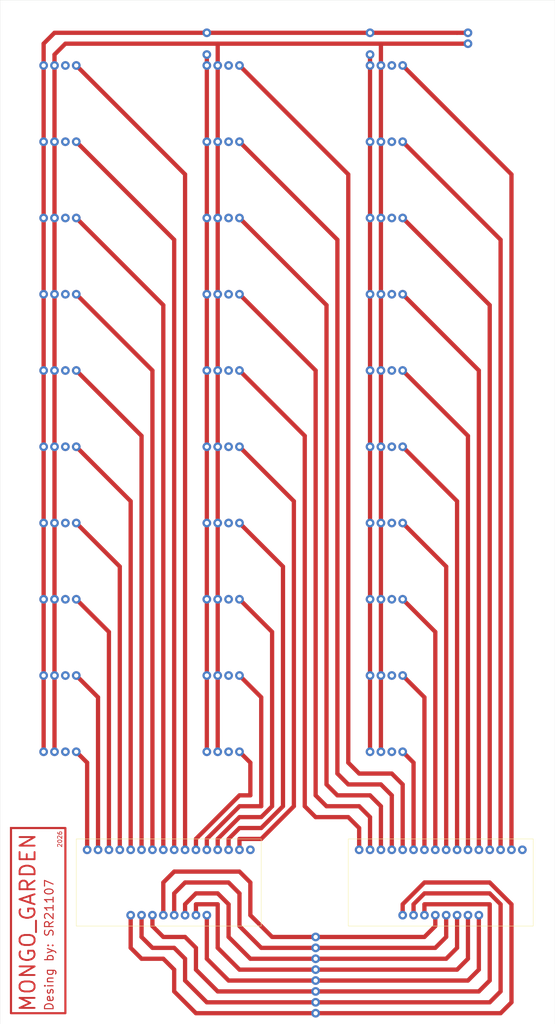
<source format=kicad_pcb>
(kicad_pcb (version 20241229) (generator "pcbnew") (generator_version "9.0")
  (title_block (title "PLACA DE CONEXIONES DE SENSORES DE HUMEDAD") (rev "SR211007") (comment 1 "CD74HC4067 X2") (comment 2 "YL-100 X30"))
  (layers (0 "F.Cu" signal) (2 "B.Cu" signal) (13 "F.Paste" user) (15 "B.Paste" user) (5 "F.SilkS" user "F.Silkscreen") (7 "B.SilkS" user "B.Silkscreen") (1 "F.Mask" user) (3 "B.Mask" user) (25 "Edge.Cuts" user))
  (net 0 "")
  (footprint "own:llegadahum" (layer "F.Cu") (at 20.32 114.3)
    (property "Reference" "REF**" (hide yes))
    (property "Value" "Untitled" (hide yes))
    (pad "1" thru_hole circle (at 0 0) (size 2.032 2.032) (drill 1) (layers "*.Cu" "*.Mask"))
    (pad "2" thru_hole circle (at 2.54 0) (size 2.032 2.032) (drill 1) (layers "*.Cu" "*.Mask"))
    (pad "3" thru_hole circle (at 5.08 0) (size 2.032 2.032) (drill 1) (layers "*.Cu" "*.Mask"))
    (pad "4" thru_hole circle (at 7.62 0) (size 2.032 2.032) (drill 1) (layers "*.Cu" "*.Mask"))
  )
  (footprint "own:llegadahum" (layer "F.Cu") (at 58.42 149.86)
    (property "Reference" "REF**" (hide yes))
    (property "Value" "Untitled" (hide yes))
    (pad "1" thru_hole circle (at 0 0) (size 2.032 2.032) (drill 1) (layers "*.Cu" "*.Mask"))
    (pad "2" thru_hole circle (at 2.54 0) (size 2.032 2.032) (drill 1) (layers "*.Cu" "*.Mask"))
    (pad "3" thru_hole circle (at 5.08 0) (size 2.032 2.032) (drill 1) (layers "*.Cu" "*.Mask"))
    (pad "4" thru_hole circle (at 7.62 0) (size 2.032 2.032) (drill 1) (layers "*.Cu" "*.Mask"))
  )
  (footprint "own:llegadahum" (layer "F.Cu") (at 96.52 96.52)
    (property "Reference" "REF**" (hide yes))
    (property "Value" "Untitled" (hide yes))
    (pad "1" thru_hole circle (at 0 0) (size 2.032 2.032) (drill 1) (layers "*.Cu" "*.Mask"))
    (pad "2" thru_hole circle (at 2.54 0) (size 2.032 2.032) (drill 1) (layers "*.Cu" "*.Mask"))
    (pad "3" thru_hole circle (at 5.08 0) (size 2.032 2.032) (drill 1) (layers "*.Cu" "*.Mask"))
    (pad "4" thru_hole circle (at 7.62 0) (size 2.032 2.032) (drill 1) (layers "*.Cu" "*.Mask"))
  )
  (footprint "own:llegadahum" (layer "F.Cu") (at 96.52 149.86)
    (property "Reference" "REF**" (hide yes))
    (property "Value" "Untitled" (hide yes))
    (pad "1" thru_hole circle (at 0 0) (size 2.032 2.032) (drill 1) (layers "*.Cu" "*.Mask"))
    (pad "2" thru_hole circle (at 2.54 0) (size 2.032 2.032) (drill 1) (layers "*.Cu" "*.Mask"))
    (pad "3" thru_hole circle (at 5.08 0) (size 2.032 2.032) (drill 1) (layers "*.Cu" "*.Mask"))
    (pad "4" thru_hole circle (at 7.62 0) (size 2.032 2.032) (drill 1) (layers "*.Cu" "*.Mask"))
  )
  (footprint "own:llegadahum" (layer "F.Cu") (at 96.52 185.42)
    (property "Reference" "REF**" (hide yes))
    (property "Value" "Untitled" (hide yes))
    (pad "1" thru_hole circle (at 0 0) (size 2.032 2.032) (drill 1) (layers "*.Cu" "*.Mask"))
    (pad "2" thru_hole circle (at 2.54 0) (size 2.032 2.032) (drill 1) (layers "*.Cu" "*.Mask"))
    (pad "3" thru_hole circle (at 5.08 0) (size 2.032 2.032) (drill 1) (layers "*.Cu" "*.Mask"))
    (pad "4" thru_hole circle (at 7.62 0) (size 2.032 2.032) (drill 1) (layers "*.Cu" "*.Mask"))
  )
  (footprint "" (layer "F.Cu") (at 83.82 228.6)
    (property "Reference" "" (at 0 0 0) (layer "F.SilkS") (effects (font (size 1.27 1.27))))
    (property "Value" "")
    (pad "25" thru_hole circle (at 0 0 270) (size 2.032 2.032) (drill 1) (layers "*.Cu" "*.Mask"))
  )
  (footprint "own:llegadahum" (layer "F.Cu") (at 58.42 43.18)
    (property "Reference" "REF**" (hide yes))
    (property "Value" "Untitled" (hide yes))
    (pad "1" thru_hole circle (at 0 0) (size 2.032 2.032) (drill 1) (layers "*.Cu" "*.Mask"))
    (pad "2" thru_hole circle (at 2.54 0) (size 2.032 2.032) (drill 1) (layers "*.Cu" "*.Mask"))
    (pad "3" thru_hole circle (at 5.08 0) (size 2.032 2.032) (drill 1) (layers "*.Cu" "*.Mask"))
    (pad "4" thru_hole circle (at 7.62 0) (size 2.032 2.032) (drill 1) (layers "*.Cu" "*.Mask"))
  )
  (footprint "own:llegadahum" (layer "F.Cu") (at 58.42 96.52)
    (property "Reference" "REF**" (hide yes))
    (property "Value" "Untitled" (hide yes))
    (pad "1" thru_hole circle (at 0 0) (size 2.032 2.032) (drill 1) (layers "*.Cu" "*.Mask"))
    (pad "2" thru_hole circle (at 2.54 0) (size 2.032 2.032) (drill 1) (layers "*.Cu" "*.Mask"))
    (pad "3" thru_hole circle (at 5.08 0) (size 2.032 2.032) (drill 1) (layers "*.Cu" "*.Mask"))
    (pad "4" thru_hole circle (at 7.62 0) (size 2.032 2.032) (drill 1) (layers "*.Cu" "*.Mask"))
  )
  (footprint "own:llegadahum" (layer "F.Cu") (at 20.32 25.4)
    (property "Reference" "REF**" (hide yes))
    (property "Value" "Untitled" (hide yes))
    (pad "1" thru_hole circle (at 0 0) (size 2.032 2.032) (drill 1) (layers "*.Cu" "*.Mask"))
    (pad "2" thru_hole circle (at 2.54 0) (size 2.032 2.032) (drill 1) (layers "*.Cu" "*.Mask"))
    (pad "3" thru_hole circle (at 5.08 0) (size 2.032 2.032) (drill 1) (layers "*.Cu" "*.Mask"))
    (pad "4" thru_hole circle (at 7.62 0) (size 2.032 2.032) (drill 1) (layers "*.Cu" "*.Mask"))
  )
  (footprint "own:TensarRobot_CD74HC4067" (layer "F.Cu") (at 93.98 208.28 -90)
    (property "Reference" "REF**" (hide yes))
    (property "Value" "Untitled" (hide yes))
    (fp_rect (start -2.54 -40.64) (end 17.78 2.54) (stroke (width 0.1)) (fill no) (layer "F.SilkS"))
    (pad "1" thru_hole circle (at 0 0 270) (size 2.032 2.032) (drill 1) (layers "*.Cu" "*.Mask"))
    (pad "2" thru_hole circle (at 0 -2.54 270) (size 2.032 2.032) (drill 1) (layers "*.Cu" "*.Mask"))
    (pad "3" thru_hole circle (at 0 -5.08 270) (size 2.032 2.032) (drill 1) (layers "*.Cu" "*.Mask"))
    (pad "4" thru_hole circle (at 0 -7.62 270) (size 2.032 2.032) (drill 1) (layers "*.Cu" "*.Mask"))
    (pad "5" thru_hole circle (at 0 -10.16 270) (size 2.032 2.032) (drill 1) (layers "*.Cu" "*.Mask"))
    (pad "6" thru_hole circle (at 0 -12.7 270) (size 2.032 2.032) (drill 1) (layers "*.Cu" "*.Mask"))
    (pad "7" thru_hole circle (at 0 -15.24 270) (size 2.032 2.032) (drill 1) (layers "*.Cu" "*.Mask"))
    (pad "8" thru_hole circle (at 0 -17.78 270) (size 2.032 2.032) (drill 1) (layers "*.Cu" "*.Mask"))
    (pad "9" thru_hole circle (at 0 -20.32 270) (size 2.032 2.032) (drill 1) (layers "*.Cu" "*.Mask"))
    (pad "10" thru_hole circle (at 0 -22.86 270) (size 2.032 2.032) (drill 1) (layers "*.Cu" "*.Mask"))
    (pad "11" thru_hole circle (at 0 -25.4 270) (size 2.032 2.032) (drill 1) (layers "*.Cu" "*.Mask"))
    (pad "12" thru_hole circle (at 0 -27.94 270) (size 2.032 2.032) (drill 1) (layers "*.Cu" "*.Mask"))
    (pad "13" thru_hole circle (at 0 -30.48 270) (size 2.032 2.032) (drill 1) (layers "*.Cu" "*.Mask"))
    (pad "14" thru_hole circle (at 0 -33.02 270) (size 2.032 2.032) (drill 1) (layers "*.Cu" "*.Mask"))
    (pad "15" thru_hole circle (at 0 -35.56 270) (size 2.032 2.032) (drill 1) (layers "*.Cu" "*.Mask"))
    (pad "16" thru_hole circle (at 0 -38.1 270) (size 2.032 2.032) (drill 1) (layers "*.Cu" "*.Mask"))
    (pad "18" thru_hole circle (at 15.24 -10.16 270) (size 2.032 2.032) (drill 1) (layers "*.Cu" "*.Mask"))
    (pad "19" thru_hole circle (at 15.24 -12.7 270) (size 2.032 2.032) (drill 1) (layers "*.Cu" "*.Mask"))
    (pad "20" thru_hole circle (at 15.24 -15.24 270) (size 2.032 2.032) (drill 1) (layers "*.Cu" "*.Mask"))
    (pad "21" thru_hole circle (at 15.24 -17.78 270) (size 2.032 2.032) (drill 1) (layers "*.Cu" "*.Mask"))
    (pad "22" thru_hole circle (at 15.24 -20.32 270) (size 2.032 2.032) (drill 1) (layers "*.Cu" "*.Mask"))
    (pad "23" thru_hole circle (at 15.24 -22.86 270) (size 2.032 2.032) (drill 1) (layers "*.Cu" "*.Mask"))
    (pad "24" thru_hole circle (at 15.24 -25.4 270) (size 2.032 2.032) (drill 1) (layers "*.Cu" "*.Mask"))
    (pad "25" thru_hole circle (at 15.24 -27.94 270) (size 2.032 2.032) (drill 1) (layers "*.Cu" "*.Mask"))
  )
  (footprint "" (layer "F.Cu") (at 83.82 233.68)
    (property "Reference" "" (at 0 0 0) (layer "F.SilkS") (effects (font (size 1.27 1.27))))
    (property "Value" "")
    (pad "25" thru_hole circle (at 0 0 270) (size 2.032 2.032) (drill 1) (layers "*.Cu" "*.Mask"))
  )
  (footprint "" (layer "F.Cu") (at 83.82 243.84)
    (property "Reference" "" (at 0 0 0) (layer "F.SilkS") (effects (font (size 1.27 1.27))))
    (property "Value" "")
    (pad "25" thru_hole circle (at 0 0 270) (size 2.032 2.032) (drill 1) (layers "*.Cu" "*.Mask"))
  )
  (footprint "own:llegadahum" (layer "F.Cu") (at 20.32 149.86)
    (property "Reference" "REF**" (hide yes))
    (property "Value" "Untitled" (hide yes))
    (pad "1" thru_hole circle (at 0 0) (size 2.032 2.032) (drill 1) (layers "*.Cu" "*.Mask"))
    (pad "2" thru_hole circle (at 2.54 0) (size 2.032 2.032) (drill 1) (layers "*.Cu" "*.Mask"))
    (pad "3" thru_hole circle (at 5.08 0) (size 2.032 2.032) (drill 1) (layers "*.Cu" "*.Mask"))
    (pad "4" thru_hole circle (at 7.62 0) (size 2.032 2.032) (drill 1) (layers "*.Cu" "*.Mask"))
  )
  (footprint "" (layer "F.Cu") (at 58.42 22.86)
    (property "Reference" "" (at 0 0 0) (layer "F.SilkS") (effects (font (size 1.27 1.27))))
    (property "Value" "")
    (pad "25" thru_hole circle (at 0 0 270) (size 2.032 2.032) (drill 1) (layers "*.Cu" "*.Mask"))
  )
  (footprint "own:llegadahum" (layer "F.Cu") (at 96.52 78.74)
    (property "Reference" "REF**" (hide yes))
    (property "Value" "Untitled" (hide yes))
    (pad "1" thru_hole circle (at 0 0) (size 2.032 2.032) (drill 1) (layers "*.Cu" "*.Mask"))
    (pad "2" thru_hole circle (at 2.54 0) (size 2.032 2.032) (drill 1) (layers "*.Cu" "*.Mask"))
    (pad "3" thru_hole circle (at 5.08 0) (size 2.032 2.032) (drill 1) (layers "*.Cu" "*.Mask"))
    (pad "4" thru_hole circle (at 7.62 0) (size 2.032 2.032) (drill 1) (layers "*.Cu" "*.Mask"))
  )
  (footprint "" (layer "F.Cu") (at 83.82 236.22)
    (property "Reference" "" (at 0 0 0) (layer "F.SilkS") (effects (font (size 1.27 1.27))))
    (property "Value" "")
    (pad "25" thru_hole circle (at 0 0 270) (size 2.032 2.032) (drill 1) (layers "*.Cu" "*.Mask"))
  )
  (footprint "" (layer "F.Cu") (at 58.42 17.78)
    (property "Reference" "" (at 0 0 0) (layer "F.SilkS") (effects (font (size 1.27 1.27))))
    (property "Value" "")
    (pad "25" thru_hole circle (at 0 0 270) (size 2.032 2.032) (drill 1) (layers "*.Cu" "*.Mask"))
  )
  (footprint "own:llegadahum" (layer "F.Cu") (at 20.32 96.52)
    (property "Reference" "REF**" (hide yes))
    (property "Value" "Untitled" (hide yes))
    (pad "1" thru_hole circle (at 0 0) (size 2.032 2.032) (drill 1) (layers "*.Cu" "*.Mask"))
    (pad "2" thru_hole circle (at 2.54 0) (size 2.032 2.032) (drill 1) (layers "*.Cu" "*.Mask"))
    (pad "3" thru_hole circle (at 5.08 0) (size 2.032 2.032) (drill 1) (layers "*.Cu" "*.Mask"))
    (pad "4" thru_hole circle (at 7.62 0) (size 2.032 2.032) (drill 1) (layers "*.Cu" "*.Mask"))
  )
  (footprint "own:llegadahum" (layer "F.Cu") (at 96.52 25.4)
    (property "Reference" "REF**" (hide yes))
    (property "Value" "Untitled" (hide yes))
    (pad "1" thru_hole circle (at 0 0) (size 2.032 2.032) (drill 1) (layers "*.Cu" "*.Mask"))
    (pad "2" thru_hole circle (at 2.54 0) (size 2.032 2.032) (drill 1) (layers "*.Cu" "*.Mask"))
    (pad "3" thru_hole circle (at 5.08 0) (size 2.032 2.032) (drill 1) (layers "*.Cu" "*.Mask"))
    (pad "4" thru_hole circle (at 7.62 0) (size 2.032 2.032) (drill 1) (layers "*.Cu" "*.Mask"))
  )
  (footprint "" (layer "F.Cu") (at 83.82 241.3)
    (property "Reference" "" (at 0 0 0) (layer "F.SilkS") (effects (font (size 1.27 1.27))))
    (property "Value" "")
    (pad "25" thru_hole circle (at 0 0 270) (size 2.032 2.032) (drill 1) (layers "*.Cu" "*.Mask"))
  )
  (footprint "" (layer "F.Cu") (at 96.52 17.78)
    (property "Reference" "" (at 0 0 0) (layer "F.SilkS") (effects (font (size 1.27 1.27))))
    (property "Value" "")
    (pad "25" thru_hole circle (at 0 0 270) (size 2.032 2.032) (drill 1) (layers "*.Cu" "*.Mask"))
  )
  (footprint "own:llegadahum" (layer "F.Cu") (at 20.32 185.42)
    (property "Reference" "REF**" (hide yes))
    (property "Value" "Untitled" (hide yes))
    (pad "1" thru_hole circle (at 0 0) (size 2.032 2.032) (drill 1) (layers "*.Cu" "*.Mask"))
    (pad "2" thru_hole circle (at 2.54 0) (size 2.032 2.032) (drill 1) (layers "*.Cu" "*.Mask"))
    (pad "3" thru_hole circle (at 5.08 0) (size 2.032 2.032) (drill 1) (layers "*.Cu" "*.Mask"))
    (pad "4" thru_hole circle (at 7.62 0) (size 2.032 2.032) (drill 1) (layers "*.Cu" "*.Mask"))
  )
  (footprint "own:llegadahum" (layer "F.Cu") (at 96.52 60.96)
    (property "Reference" "REF**" (hide yes))
    (property "Value" "Untitled" (hide yes))
    (pad "1" thru_hole circle (at 0 0) (size 2.032 2.032) (drill 1) (layers "*.Cu" "*.Mask"))
    (pad "2" thru_hole circle (at 2.54 0) (size 2.032 2.032) (drill 1) (layers "*.Cu" "*.Mask"))
    (pad "3" thru_hole circle (at 5.08 0) (size 2.032 2.032) (drill 1) (layers "*.Cu" "*.Mask"))
    (pad "4" thru_hole circle (at 7.62 0) (size 2.032 2.032) (drill 1) (layers "*.Cu" "*.Mask"))
  )
  (footprint "own:llegadahum" (layer "F.Cu") (at 96.52 167.64)
    (property "Reference" "REF**" (hide yes))
    (property "Value" "Untitled" (hide yes))
    (pad "1" thru_hole circle (at 0 0) (size 2.032 2.032) (drill 1) (layers "*.Cu" "*.Mask"))
    (pad "2" thru_hole circle (at 2.54 0) (size 2.032 2.032) (drill 1) (layers "*.Cu" "*.Mask"))
    (pad "3" thru_hole circle (at 5.08 0) (size 2.032 2.032) (drill 1) (layers "*.Cu" "*.Mask"))
    (pad "4" thru_hole circle (at 7.62 0) (size 2.032 2.032) (drill 1) (layers "*.Cu" "*.Mask"))
  )
  (footprint "own:llegadahum" (layer "F.Cu") (at 20.32 43.18)
    (property "Reference" "REF**" (hide yes))
    (property "Value" "Untitled" (hide yes))
    (pad "1" thru_hole circle (at 0 0) (size 2.032 2.032) (drill 1) (layers "*.Cu" "*.Mask"))
    (pad "2" thru_hole circle (at 2.54 0) (size 2.032 2.032) (drill 1) (layers "*.Cu" "*.Mask"))
    (pad "3" thru_hole circle (at 5.08 0) (size 2.032 2.032) (drill 1) (layers "*.Cu" "*.Mask"))
    (pad "4" thru_hole circle (at 7.62 0) (size 2.032 2.032) (drill 1) (layers "*.Cu" "*.Mask"))
  )
  (footprint "" (layer "F.Cu") (at 119.38 20.32)
    (property "Reference" "" (at 0 0 0) (layer "F.SilkS") (effects (font (size 1.27 1.27))))
    (property "Value" "")
    (pad "25" thru_hole circle (at 0 0 270) (size 2.032 2.032) (drill 1) (layers "*.Cu" "*.Mask"))
  )
  (footprint "own:llegadahum" (layer "F.Cu") (at 20.32 60.96)
    (property "Reference" "REF**" (hide yes))
    (property "Value" "Untitled" (hide yes))
    (pad "1" thru_hole circle (at 0 0) (size 2.032 2.032) (drill 1) (layers "*.Cu" "*.Mask"))
    (pad "2" thru_hole circle (at 2.54 0) (size 2.032 2.032) (drill 1) (layers "*.Cu" "*.Mask"))
    (pad "3" thru_hole circle (at 5.08 0) (size 2.032 2.032) (drill 1) (layers "*.Cu" "*.Mask"))
    (pad "4" thru_hole circle (at 7.62 0) (size 2.032 2.032) (drill 1) (layers "*.Cu" "*.Mask"))
  )
  (footprint "" (layer "F.Cu") (at 96.52 22.86)
    (property "Reference" "" (at 0 0 0) (layer "F.SilkS") (effects (font (size 1.27 1.27))))
    (property "Value" "")
    (pad "25" thru_hole circle (at 0 0 270) (size 2.032 2.032) (drill 1) (layers "*.Cu" "*.Mask"))
  )
  (footprint "own:llegadahum" (layer "F.Cu") (at 58.42 25.4)
    (property "Reference" "REF**" (hide yes))
    (property "Value" "Untitled" (hide yes))
    (pad "1" thru_hole circle (at 0 0) (size 2.032 2.032) (drill 1) (layers "*.Cu" "*.Mask"))
    (pad "2" thru_hole circle (at 2.54 0) (size 2.032 2.032) (drill 1) (layers "*.Cu" "*.Mask"))
    (pad "3" thru_hole circle (at 5.08 0) (size 2.032 2.032) (drill 1) (layers "*.Cu" "*.Mask"))
    (pad "4" thru_hole circle (at 7.62 0) (size 2.032 2.032) (drill 1) (layers "*.Cu" "*.Mask"))
  )
  (footprint "" (layer "F.Cu") (at 83.82 238.76)
    (property "Reference" "" (at 0 0 0) (layer "F.SilkS") (effects (font (size 1.27 1.27))))
    (property "Value" "")
    (pad "25" thru_hole circle (at 0 0 270) (size 2.032 2.032) (drill 1) (layers "*.Cu" "*.Mask"))
  )
  (footprint "own:llegadahum" (layer "F.Cu") (at 96.52 43.18)
    (property "Reference" "REF**" (hide yes))
    (property "Value" "Untitled" (hide yes))
    (pad "1" thru_hole circle (at 0 0) (size 2.032 2.032) (drill 1) (layers "*.Cu" "*.Mask"))
    (pad "2" thru_hole circle (at 2.54 0) (size 2.032 2.032) (drill 1) (layers "*.Cu" "*.Mask"))
    (pad "3" thru_hole circle (at 5.08 0) (size 2.032 2.032) (drill 1) (layers "*.Cu" "*.Mask"))
    (pad "4" thru_hole circle (at 7.62 0) (size 2.032 2.032) (drill 1) (layers "*.Cu" "*.Mask"))
  )
  (footprint "" (layer "F.Cu") (at 119.38 17.78)
    (property "Reference" "" (at 0 0 0) (layer "F.SilkS") (effects (font (size 1.27 1.27))))
    (property "Value" "")
    (pad "25" thru_hole circle (at 0 0 270) (size 2.032 2.032) (drill 1) (layers "*.Cu" "*.Mask"))
  )
  (footprint "own:llegadahum" (layer "F.Cu") (at 96.52 114.3)
    (property "Reference" "REF**" (hide yes))
    (property "Value" "Untitled" (hide yes))
    (pad "1" thru_hole circle (at 0 0) (size 2.032 2.032) (drill 1) (layers "*.Cu" "*.Mask"))
    (pad "2" thru_hole circle (at 2.54 0) (size 2.032 2.032) (drill 1) (layers "*.Cu" "*.Mask"))
    (pad "3" thru_hole circle (at 5.08 0) (size 2.032 2.032) (drill 1) (layers "*.Cu" "*.Mask"))
    (pad "4" thru_hole circle (at 7.62 0) (size 2.032 2.032) (drill 1) (layers "*.Cu" "*.Mask"))
  )
  (footprint "own:llegadahum" (layer "F.Cu") (at 58.42 167.64)
    (property "Reference" "REF**" (hide yes))
    (property "Value" "Untitled" (hide yes))
    (pad "1" thru_hole circle (at 0 0) (size 2.032 2.032) (drill 1) (layers "*.Cu" "*.Mask"))
    (pad "2" thru_hole circle (at 2.54 0) (size 2.032 2.032) (drill 1) (layers "*.Cu" "*.Mask"))
    (pad "3" thru_hole circle (at 5.08 0) (size 2.032 2.032) (drill 1) (layers "*.Cu" "*.Mask"))
    (pad "4" thru_hole circle (at 7.62 0) (size 2.032 2.032) (drill 1) (layers "*.Cu" "*.Mask"))
  )
  (footprint "own:llegadahum" (layer "F.Cu") (at 20.32 78.74)
    (property "Reference" "REF**" (hide yes))
    (property "Value" "Untitled" (hide yes))
    (pad "1" thru_hole circle (at 0 0) (size 2.032 2.032) (drill 1) (layers "*.Cu" "*.Mask"))
    (pad "2" thru_hole circle (at 2.54 0) (size 2.032 2.032) (drill 1) (layers "*.Cu" "*.Mask"))
    (pad "3" thru_hole circle (at 5.08 0) (size 2.032 2.032) (drill 1) (layers "*.Cu" "*.Mask"))
    (pad "4" thru_hole circle (at 7.62 0) (size 2.032 2.032) (drill 1) (layers "*.Cu" "*.Mask"))
  )
  (footprint "own:llegadahum" (layer "F.Cu") (at 20.32 167.64)
    (property "Reference" "REF**" (hide yes))
    (property "Value" "Untitled" (hide yes))
    (pad "1" thru_hole circle (at 0 0) (size 2.032 2.032) (drill 1) (layers "*.Cu" "*.Mask"))
    (pad "2" thru_hole circle (at 2.54 0) (size 2.032 2.032) (drill 1) (layers "*.Cu" "*.Mask"))
    (pad "3" thru_hole circle (at 5.08 0) (size 2.032 2.032) (drill 1) (layers "*.Cu" "*.Mask"))
    (pad "4" thru_hole circle (at 7.62 0) (size 2.032 2.032) (drill 1) (layers "*.Cu" "*.Mask"))
  )
  (footprint "own:llegadahum" (layer "F.Cu") (at 58.42 132.08)
    (property "Reference" "REF**" (hide yes))
    (property "Value" "Untitled" (hide yes))
    (pad "1" thru_hole circle (at 0 0) (size 2.032 2.032) (drill 1) (layers "*.Cu" "*.Mask"))
    (pad "2" thru_hole circle (at 2.54 0) (size 2.032 2.032) (drill 1) (layers "*.Cu" "*.Mask"))
    (pad "3" thru_hole circle (at 5.08 0) (size 2.032 2.032) (drill 1) (layers "*.Cu" "*.Mask"))
    (pad "4" thru_hole circle (at 7.62 0) (size 2.032 2.032) (drill 1) (layers "*.Cu" "*.Mask"))
  )
  (footprint "own:TensarRobot_CD74HC4067" (layer "F.Cu") (at 30.48 208.28 -90)
    (property "Reference" "REF**" (hide yes))
    (property "Value" "Untitled" (hide yes))
    (fp_rect (start -2.54 -40.64) (end 17.78 2.54) (stroke (width 0.1)) (fill no) (layer "F.SilkS"))
    (pad "1" thru_hole circle (at 0 0 270) (size 2.032 2.032) (drill 1) (layers "*.Cu" "*.Mask"))
    (pad "2" thru_hole circle (at 0 -2.54 270) (size 2.032 2.032) (drill 1) (layers "*.Cu" "*.Mask"))
    (pad "3" thru_hole circle (at 0 -5.08 270) (size 2.032 2.032) (drill 1) (layers "*.Cu" "*.Mask"))
    (pad "4" thru_hole circle (at 0 -7.62 270) (size 2.032 2.032) (drill 1) (layers "*.Cu" "*.Mask"))
    (pad "5" thru_hole circle (at 0 -10.16 270) (size 2.032 2.032) (drill 1) (layers "*.Cu" "*.Mask"))
    (pad "6" thru_hole circle (at 0 -12.7 270) (size 2.032 2.032) (drill 1) (layers "*.Cu" "*.Mask"))
    (pad "7" thru_hole circle (at 0 -15.24 270) (size 2.032 2.032) (drill 1) (layers "*.Cu" "*.Mask"))
    (pad "8" thru_hole circle (at 0 -17.78 270) (size 2.032 2.032) (drill 1) (layers "*.Cu" "*.Mask"))
    (pad "9" thru_hole circle (at 0 -20.32 270) (size 2.032 2.032) (drill 1) (layers "*.Cu" "*.Mask"))
    (pad "10" thru_hole circle (at 0 -22.86 270) (size 2.032 2.032) (drill 1) (layers "*.Cu" "*.Mask"))
    (pad "11" thru_hole circle (at 0 -25.4 270) (size 2.032 2.032) (drill 1) (layers "*.Cu" "*.Mask"))
    (pad "12" thru_hole circle (at 0 -27.94 270) (size 2.032 2.032) (drill 1) (layers "*.Cu" "*.Mask"))
    (pad "13" thru_hole circle (at 0 -30.48 270) (size 2.032 2.032) (drill 1) (layers "*.Cu" "*.Mask"))
    (pad "14" thru_hole circle (at 0 -33.02 270) (size 2.032 2.032) (drill 1) (layers "*.Cu" "*.Mask"))
    (pad "15" thru_hole circle (at 0 -35.56 270) (size 2.032 2.032) (drill 1) (layers "*.Cu" "*.Mask"))
    (pad "16" thru_hole circle (at 0 -38.1 270) (size 2.032 2.032) (drill 1) (layers "*.Cu" "*.Mask"))
    (pad "18" thru_hole circle (at 15.24 -10.16 270) (size 2.032 2.032) (drill 1) (layers "*.Cu" "*.Mask"))
    (pad "19" thru_hole circle (at 15.24 -12.7 270) (size 2.032 2.032) (drill 1) (layers "*.Cu" "*.Mask"))
    (pad "20" thru_hole circle (at 15.24 -15.24 270) (size 2.032 2.032) (drill 1) (layers "*.Cu" "*.Mask"))
    (pad "21" thru_hole circle (at 15.24 -17.78 270) (size 2.032 2.032) (drill 1) (layers "*.Cu" "*.Mask"))
    (pad "22" thru_hole circle (at 15.24 -20.32 270) (size 2.032 2.032) (drill 1) (layers "*.Cu" "*.Mask"))
    (pad "23" thru_hole circle (at 15.24 -22.86 270) (size 2.032 2.032) (drill 1) (layers "*.Cu" "*.Mask"))
    (pad "24" thru_hole circle (at 15.24 -25.4 270) (size 2.032 2.032) (drill 1) (layers "*.Cu" "*.Mask"))
    (pad "25" thru_hole circle (at 15.24 -27.94 270) (size 2.032 2.032) (drill 1) (layers "*.Cu" "*.Mask"))
  )
  (footprint "own:llegadahum" (layer "F.Cu") (at 20.32 132.08)
    (property "Reference" "REF**" (hide yes))
    (property "Value" "Untitled" (hide yes))
    (pad "1" thru_hole circle (at 0 0) (size 2.032 2.032) (drill 1) (layers "*.Cu" "*.Mask"))
    (pad "2" thru_hole circle (at 2.54 0) (size 2.032 2.032) (drill 1) (layers "*.Cu" "*.Mask"))
    (pad "3" thru_hole circle (at 5.08 0) (size 2.032 2.032) (drill 1) (layers "*.Cu" "*.Mask"))
    (pad "4" thru_hole circle (at 7.62 0) (size 2.032 2.032) (drill 1) (layers "*.Cu" "*.Mask"))
  )
  (footprint "own:llegadahum" (layer "F.Cu") (at 58.42 60.96)
    (property "Reference" "REF**" (hide yes))
    (property "Value" "Untitled" (hide yes))
    (pad "1" thru_hole circle (at 0 0) (size 2.032 2.032) (drill 1) (layers "*.Cu" "*.Mask"))
    (pad "2" thru_hole circle (at 2.54 0) (size 2.032 2.032) (drill 1) (layers "*.Cu" "*.Mask"))
    (pad "3" thru_hole circle (at 5.08 0) (size 2.032 2.032) (drill 1) (layers "*.Cu" "*.Mask"))
    (pad "4" thru_hole circle (at 7.62 0) (size 2.032 2.032) (drill 1) (layers "*.Cu" "*.Mask"))
  )
  (footprint "" (layer "F.Cu") (at 83.82 231.14)
    (property "Reference" "" (at 0 0 0) (layer "F.SilkS") (effects (font (size 1.27 1.27))))
    (property "Value" "")
    (pad "25" thru_hole circle (at 0 0 270) (size 2.032 2.032) (drill 1) (layers "*.Cu" "*.Mask"))
  )
  (footprint "" (layer "F.Cu") (at 83.82 246.38)
    (property "Reference" "" (at 0 0 0) (layer "F.SilkS") (effects (font (size 1.27 1.27))))
    (property "Value" "")
    (pad "25" thru_hole circle (at 0 0 270) (size 2.032 2.032) (drill 1) (layers "*.Cu" "*.Mask"))
  )
  (footprint "own:llegadahum" (layer "F.Cu") (at 58.42 185.42)
    (property "Reference" "REF**" (hide yes))
    (property "Value" "Untitled" (hide yes))
    (pad "1" thru_hole circle (at 0 0) (size 2.032 2.032) (drill 1) (layers "*.Cu" "*.Mask"))
    (pad "2" thru_hole circle (at 2.54 0) (size 2.032 2.032) (drill 1) (layers "*.Cu" "*.Mask"))
    (pad "3" thru_hole circle (at 5.08 0) (size 2.032 2.032) (drill 1) (layers "*.Cu" "*.Mask"))
    (pad "4" thru_hole circle (at 7.62 0) (size 2.032 2.032) (drill 1) (layers "*.Cu" "*.Mask"))
  )
  (footprint "own:llegadahum" (layer "F.Cu") (at 96.52 132.08)
    (property "Reference" "REF**" (hide yes))
    (property "Value" "Untitled" (hide yes))
    (pad "1" thru_hole circle (at 0 0) (size 2.032 2.032) (drill 1) (layers "*.Cu" "*.Mask"))
    (pad "2" thru_hole circle (at 2.54 0) (size 2.032 2.032) (drill 1) (layers "*.Cu" "*.Mask"))
    (pad "3" thru_hole circle (at 5.08 0) (size 2.032 2.032) (drill 1) (layers "*.Cu" "*.Mask"))
    (pad "4" thru_hole circle (at 7.62 0) (size 2.032 2.032) (drill 1) (layers "*.Cu" "*.Mask"))
  )
  (footprint "own:llegadahum" (layer "F.Cu") (at 58.42 114.3)
    (property "Reference" "REF**" (hide yes))
    (property "Value" "Untitled" (hide yes))
    (pad "1" thru_hole circle (at 0 0) (size 2.032 2.032) (drill 1) (layers "*.Cu" "*.Mask"))
    (pad "2" thru_hole circle (at 2.54 0) (size 2.032 2.032) (drill 1) (layers "*.Cu" "*.Mask"))
    (pad "3" thru_hole circle (at 5.08 0) (size 2.032 2.032) (drill 1) (layers "*.Cu" "*.Mask"))
    (pad "4" thru_hole circle (at 7.62 0) (size 2.032 2.032) (drill 1) (layers "*.Cu" "*.Mask"))
  )
  (footprint "own:llegadahum" (layer "F.Cu") (at 58.42 78.74)
    (property "Reference" "REF**" (hide yes))
    (property "Value" "Untitled" (hide yes))
    (pad "1" thru_hole circle (at 0 0) (size 2.032 2.032) (drill 1) (layers "*.Cu" "*.Mask"))
    (pad "2" thru_hole circle (at 2.54 0) (size 2.032 2.032) (drill 1) (layers "*.Cu" "*.Mask"))
    (pad "3" thru_hole circle (at 5.08 0) (size 2.032 2.032) (drill 1) (layers "*.Cu" "*.Mask"))
    (pad "4" thru_hole circle (at 7.62 0) (size 2.032 2.032) (drill 1) (layers "*.Cu" "*.Mask"))
  )
  (gr_rect (start 12.7 203.2) (end 25.4 246.38) (stroke (width 0.5)) (fill no) (layer "F.Cu"))
  (gr_rect (start 10.16 10.16) (end 139.7 248.92) (stroke (width 0.05)) (fill no) (layer "Edge.Cuts"))
  (gr_text "Desing by: SR21107" (at 22.785567 245.961318 90) (layer "F.Cu") (effects (font (size 2 2) (thickness 0.25)) (justify left bottom)))
  (gr_text "MONGO_GARDEN" (at 18.654578 246.259047 90) (layer "F.Cu") (effects (font (size 3.5 3.5) (thickness 0.4375)) (justify left bottom)))
  (gr_text "2026" (at 24.695995 207.808595 90) (layer "F.Cu") (effects (font (size 1 1)) (justify left bottom)))
  (segment (start 104.14 223.52) (end 104.14 220.98) (width 1) (layer "F.Cu") (net 0))
  (segment (start 96.52 60.96) (end 96.52 43.18) (width 1) (layer "F.Cu") (net 0))
  (segment (start 55.88 205.74) (end 55.88 208.28) (width 1) (layer "F.Cu") (net 0))
  (segment (start 55.88 246.38) (end 50.8 241.3) (width 1) (layer "F.Cu") (net 0))
  (segment (start 124.46 81.28) (end 104.14 60.96) (width 1) (layer "F.Cu") (net 0))
  (segment (start 60.96 185.42) (end 60.96 167.64) (width 1) (layer "F.Cu") (net 0))
  (segment (start 93.98 198.12) (end 96.52 200.66) (width 1) (layer "F.Cu") (net 0))
  (segment (start 99.06 149.86) (end 99.06 167.64) (width 1) (layer "F.Cu") (net 0))
  (segment (start 58.42 243.84) (end 53.34 238.76) (width 1) (layer "F.Cu") (net 0))
  (segment (start 58.42 205.74) (end 58.42 208.28) (width 1) (layer "F.Cu") (net 0))
  (segment (start 121.92 241.3) (end 60.96 241.3) (width 1) (layer "F.Cu") (net 0))
  (segment (start 104.14 220.98) (end 109.22 215.9) (width 1) (layer "F.Cu") (net 0))
  (segment (start 109.22 218.44) (end 124.46 218.44) (width 1) (layer "F.Cu") (net 0))
  (segment (start 27.94 132.08) (end 38.1 142.24) (width 1) (layer "F.Cu") (net 0))
  (segment (start 50.8 218.44) (end 50.8 223.52) (width 1) (layer "F.Cu") (net 0))
  (segment (start 116.84 223.52) (end 116.84 231.14) (width 1) (layer "F.Cu") (net 0))
  (segment (start 60.96 205.74) (end 60.96 208.28) (width 1) (layer "F.Cu") (net 0))
  (segment (start 76.2 142.24) (end 76.2 198.12) (width 1) (layer "F.Cu") (net 0))
  (segment (start 96.52 78.74) (end 96.52 96.52) (width 1) (layer "F.Cu") (net 0))
  (segment (start 45.72 96.52) (end 45.72 208.28) (width 1) (layer "F.Cu") (net 0))
  (segment (start 27.94 167.64) (end 33.02 172.72) (width 1) (layer "F.Cu") (net 0))
  (segment (start 121.92 236.22) (end 121.92 223.52) (width 1) (layer "F.Cu") (net 0))
  (segment (start 109.22 215.9) (end 124.46 215.9) (width 1) (layer "F.Cu") (net 0))
  (segment (start 99.06 198.12) (end 99.06 208.28) (width 1) (layer "F.Cu") (net 0))
  (segment (start 99.06 20.32) (end 119.38 20.32) (width 1) (layer "F.Cu") (net 0))
  (segment (start 116.84 17.78) (end 119.38 17.78) (width 1) (layer "F.Cu") (net 0))
  (segment (start 20.32 114.3) (end 20.32 132.08) (width 1) (layer "F.Cu") (net 0))
  (segment (start 81.28 198.12) (end 81.28 111.76) (width 1) (layer "F.Cu") (net 0))
  (segment (start 60.96 149.86) (end 60.96 167.64) (width 1) (layer "F.Cu") (net 0))
  (segment (start 38.1 142.24) (end 38.1 208.28) (width 1) (layer "F.Cu") (net 0))
  (segment (start 48.26 81.28) (end 48.26 208.28) (width 1) (layer "F.Cu") (net 0))
  (segment (start 99.06 43.18) (end 99.06 60.96) (width 1) (layer "F.Cu") (net 0))
  (segment (start 50.8 231.14) (end 45.72 231.14) (width 1) (layer "F.Cu") (net 0))
  (segment (start 66.04 43.18) (end 88.9 66.04) (width 1) (layer "F.Cu") (net 0))
  (segment (start 20.32 78.74) (end 20.32 60.96) (width 1) (layer "F.Cu") (net 0))
  (segment (start 129.54 220.98) (end 129.54 243.84) (width 1) (layer "F.Cu") (net 0))
  (segment (start 66.04 132.08) (end 76.2 142.24) (width 1) (layer "F.Cu") (net 0))
  (segment (start 40.64 231.14) (end 40.64 223.52) (width 1) (layer "F.Cu") (net 0))
  (segment (start 99.06 25.4) (end 99.06 20.32) (width 1) (layer "F.Cu") (net 0))
  (segment (start 99.06 25.4) (end 99.06 43.18) (width 1) (layer "F.Cu") (net 0))
  (segment (start 93.98 203.2) (end 91.44 200.66) (width 1) (layer "F.Cu") (net 0))
  (segment (start 99.06 193.04) (end 101.6 195.58) (width 1) (layer "F.Cu") (net 0))
  (segment (start 104.14 43.18) (end 127 66.04) (width 1) (layer "F.Cu") (net 0))
  (segment (start 99.06 96.52) (end 99.06 114.3) (width 1) (layer "F.Cu") (net 0))
  (segment (start 68.58 187.96) (end 68.58 195.58) (width 1) (layer "F.Cu") (net 0))
  (segment (start 58.42 223.52) (end 58.42 233.68) (width 1) (layer "F.Cu") (net 0))
  (segment (start 20.32 60.96) (end 20.32 43.18) (width 1) (layer "F.Cu") (net 0))
  (segment (start 71.12 200.66) (end 66.04 200.66) (width 1) (layer "F.Cu") (net 0))
  (segment (start 96.52 43.18) (end 96.52 25.4) (width 1) (layer "F.Cu") (net 0))
  (segment (start 96.52 200.66) (end 96.52 208.28) (width 1) (layer "F.Cu") (net 0))
  (segment (start 53.34 233.68) (end 50.8 231.14) (width 1) (layer "F.Cu") (net 0))
  (segment (start 43.18 228.6) (end 43.18 223.52) (width 1) (layer "F.Cu") (net 0))
  (segment (start 101.6 195.58) (end 101.6 208.28) (width 1) (layer "F.Cu") (net 0))
  (segment (start 58.42 114.3) (end 58.42 132.08) (width 1) (layer "F.Cu") (net 0))
  (segment (start 86.36 81.28) (end 86.36 193.04) (width 1) (layer "F.Cu") (net 0))
  (segment (start 66.04 114.3) (end 78.74 127) (width 1) (layer "F.Cu") (net 0))
  (segment (start 22.86 78.74) (end 22.86 96.52) (width 1) (layer "F.Cu") (net 0))
  (segment (start 27.94 185.42) (end 30.48 187.96) (width 1) (layer "F.Cu") (net 0))
  (segment (start 20.32 96.52) (end 20.32 114.3) (width 1) (layer "F.Cu") (net 0))
  (segment (start 20.32 43.18) (end 20.32 25.4) (width 1) (layer "F.Cu") (net 0))
  (segment (start 127 241.3) (end 124.46 243.84) (width 1) (layer "F.Cu") (net 0))
  (segment (start 96.52 195.58) (end 99.06 198.12) (width 1) (layer "F.Cu") (net 0))
  (segment (start 48.26 233.68) (end 43.18 233.68) (width 1) (layer "F.Cu") (net 0))
  (segment (start 111.76 226.06) (end 109.22 228.6) (width 1) (layer "F.Cu") (net 0))
  (segment (start 22.86 149.86) (end 22.86 167.64) (width 1) (layer "F.Cu") (net 0))
  (segment (start 66.04 149.86) (end 73.66 157.48) (width 1) (layer "F.Cu") (net 0))
  (segment (start 109.22 228.6) (end 73.66 228.6) (width 1) (layer "F.Cu") (net 0))
  (segment (start 50.8 236.22) (end 48.26 233.68) (width 1) (layer "F.Cu") (net 0))
  (segment (start 53.34 228.6) (end 48.26 228.6) (width 1) (layer "F.Cu") (net 0))
  (segment (start 127 246.38) (end 55.88 246.38) (width 1) (layer "F.Cu") (net 0))
  (segment (start 93.98 208.28) (end 93.98 203.2) (width 1) (layer "F.Cu") (net 0))
  (segment (start 106.68 187.96) (end 106.68 208.28) (width 1) (layer "F.Cu") (net 0))
  (segment (start 60.96 60.96) (end 60.96 78.74) (width 1) (layer "F.Cu") (net 0))
  (segment (start 45.72 231.14) (end 43.18 228.6) (width 1) (layer "F.Cu") (net 0))
  (segment (start 91.44 187.96) (end 93.98 190.5) (width 1) (layer "F.Cu") (net 0))
  (segment (start 124.46 243.84) (end 58.42 243.84) (width 1) (layer "F.Cu") (net 0))
  (segment (start 76.2 198.12) (end 71.12 203.2) (width 1) (layer "F.Cu") (net 0))
  (segment (start 114.3 208.28) (end 114.3 142.24) (width 1) (layer "F.Cu") (net 0))
  (segment (start 66.04 226.06) (end 66.04 218.44) (width 1) (layer "F.Cu") (net 0))
  (segment (start 55.88 223.52) (end 55.88 220.98) (width 1) (layer "F.Cu") (net 0))
  (segment (start 60.96 78.74) (end 60.96 96.52) (width 1) (layer "F.Cu") (net 0))
  (segment (start 27.94 60.96) (end 48.26 81.28) (width 1) (layer "F.Cu") (net 0))
  (segment (start 93.98 190.5) (end 101.6 190.5) (width 1) (layer "F.Cu") (net 0))
  (segment (start 124.46 208.28) (end 124.46 81.28) (width 1) (layer "F.Cu") (net 0))
  (segment (start 99.06 185.42) (end 99.06 167.64) (width 1) (layer "F.Cu") (net 0))
  (segment (start 22.86 43.18) (end 22.86 60.96) (width 1) (layer "F.Cu") (net 0))
  (segment (start 22.86 132.08) (end 22.86 114.3) (width 1) (layer "F.Cu") (net 0))
  (segment (start 116.84 231.14) (end 114.3 233.68) (width 1) (layer "F.Cu") (net 0))
  (segment (start 22.86 60.96) (end 22.86 78.74) (width 1) (layer "F.Cu") (net 0))
  (segment (start 58.42 25.4) (end 58.42 22.86) (width 1) (layer "F.Cu") (net 0))
  (segment (start 58.42 96.52) (end 58.42 114.3) (width 1) (layer "F.Cu") (net 0))
  (segment (start 88.9 66.04) (end 88.9 190.5) (width 1) (layer "F.Cu") (net 0))
  (segment (start 86.36 193.04) (end 88.9 195.58) (width 1) (layer "F.Cu") (net 0))
  (segment (start 124.46 218.44) (end 127 220.98) (width 1) (layer "F.Cu") (net 0))
  (segment (start 22.86 132.08) (end 22.86 149.86) (width 1) (layer "F.Cu") (net 0))
  (segment (start 81.28 111.76) (end 66.04 96.52) (width 1) (layer "F.Cu") (net 0))
  (segment (start 124.46 220.98) (end 124.46 238.76) (width 1) (layer "F.Cu") (net 0))
  (segment (start 22.86 25.4) (end 22.86 43.18) (width 1) (layer "F.Cu") (net 0))
  (segment (start 60.96 25.4) (end 60.96 43.18) (width 1) (layer "F.Cu") (net 0))
  (segment (start 27.94 114.3) (end 40.64 127) (width 1) (layer "F.Cu") (net 0))
  (segment (start 73.66 157.48) (end 73.66 198.12) (width 1) (layer "F.Cu") (net 0))
  (segment (start 50.8 213.36) (end 48.26 215.9) (width 1) (layer "F.Cu") (net 0))
  (segment (start 25.4 20.32) (end 60.96 20.32) (width 1) (layer "F.Cu") (net 0))
  (segment (start 63.5 238.76) (end 119.38 238.76) (width 1) (layer "F.Cu") (net 0))
  (segment (start 66.04 25.4) (end 91.44 50.8) (width 1) (layer "F.Cu") (net 0))
  (segment (start 60.96 241.3) (end 55.88 236.22) (width 1) (layer "F.Cu") (net 0))
  (segment (start 96.52 114.3) (end 96.52 132.08) (width 1) (layer "F.Cu") (net 0))
  (segment (start 88.9 190.5) (end 91.44 193.04) (width 1) (layer "F.Cu") (net 0))
  (segment (start 66.04 198.12) (end 58.42 205.74) (width 1) (layer "F.Cu") (net 0))
  (segment (start 63.5 228.6) (end 63.5 220.98) (width 1) (layer "F.Cu") (net 0))
  (segment (start 53.34 238.76) (end 53.34 233.68) (width 1) (layer "F.Cu") (net 0))
  (segment (start 99.06 78.74) (end 99.06 96.52) (width 1) (layer "F.Cu") (net 0))
  (segment (start 109.22 223.52) (end 109.22 220.98) (width 1) (layer "F.Cu") (net 0))
  (segment (start 66.04 185.42) (end 68.58 187.96) (width 1) (layer "F.Cu") (net 0))
  (segment (start 68.58 223.52) (end 68.58 215.9) (width 1) (layer "F.Cu") (net 0))
  (segment (start 86.36 198.12) (end 93.98 198.12) (width 1) (layer "F.Cu") (net 0))
  (segment (start 96.52 78.74) (end 96.52 60.96) (width 1) (layer "F.Cu") (net 0))
  (segment (start 111.76 223.52) (end 111.76 226.06) (width 1) (layer "F.Cu") (net 0))
  (segment (start 50.8 241.3) (end 50.8 236.22) (width 1) (layer "F.Cu") (net 0))
  (segment (start 48.26 215.9) (end 48.26 223.52) (width 1) (layer "F.Cu") (net 0))
  (segment (start 30.48 187.96) (end 30.48 208.28) (width 1) (layer "F.Cu") (net 0))
  (segment (start 114.3 223.52) (end 114.3 228.6) (width 1) (layer "F.Cu") (net 0))
  (segment (start 66.04 203.2) (end 63.5 205.74) (width 1) (layer "F.Cu") (net 0))
  (segment (start 63.5 220.98) (end 60.96 218.44) (width 1) (layer "F.Cu") (net 0))
  (segment (start 78.74 198.12) (end 71.12 205.74) (width 1) (layer "F.Cu") (net 0))
  (segment (start 27.94 149.86) (end 35.56 157.48) (width 1) (layer "F.Cu") (net 0))
  (segment (start 116.84 236.22) (end 119.38 233.68) (width 1) (layer "F.Cu") (net 0))
  (segment (start 66.04 218.44) (end 63.5 215.9) (width 1) (layer "F.Cu") (net 0))
  (segment (start 121.92 96.52) (end 121.92 208.28) (width 1) (layer "F.Cu") (net 0))
  (segment (start 91.44 50.8) (end 91.44 187.96) (width 1) (layer "F.Cu") (net 0))
  (segment (start 104.14 114.3) (end 116.84 127) (width 1) (layer "F.Cu") (net 0))
  (segment (start 68.58 215.9) (end 66.04 213.36) (width 1) (layer "F.Cu") (net 0))
  (segment (start 104.14 193.04) (end 104.14 208.28) (width 1) (layer "F.Cu") (net 0))
  (segment (start 109.22 220.98) (end 124.46 220.98) (width 1) (layer "F.Cu") (net 0))
  (segment (start 63.5 205.74) (end 63.5 208.28) (width 1) (layer "F.Cu") (net 0))
  (segment (start 27.94 25.4) (end 53.34 50.8) (width 1) (layer "F.Cu") (net 0))
  (segment (start 20.32 185.42) (end 20.32 167.64) (width 1) (layer "F.Cu") (net 0))
  (segment (start 114.3 142.24) (end 104.14 132.08) (width 1) (layer "F.Cu") (net 0))
  (segment (start 71.12 203.2) (end 66.04 203.2) (width 1) (layer "F.Cu") (net 0))
  (segment (start 53.34 50.8) (end 53.34 208.28) (width 1) (layer "F.Cu") (net 0))
  (segment (start 58.42 78.74) (end 58.42 60.96) (width 1) (layer "F.Cu") (net 0))
  (segment (start 66.04 167.64) (end 71.12 172.72) (width 1) (layer "F.Cu") (net 0))
  (segment (start 58.42 149.86) (end 58.42 132.08) (width 1) (layer "F.Cu") (net 0))
  (segment (start 109.22 172.72) (end 104.14 167.64) (width 1) (layer "F.Cu") (net 0))
  (segment (start 63.5 215.9) (end 53.34 215.9) (width 1) (layer "F.Cu") (net 0))
  (segment (start 60.96 218.44) (end 55.88 218.44) (width 1) (layer "F.Cu") (net 0))
  (segment (start 119.38 233.68) (end 119.38 223.52) (width 1) (layer "F.Cu") (net 0))
  (segment (start 50.8 66.04) (end 50.8 208.28) (width 1) (layer "F.Cu") (net 0))
  (segment (start 66.04 205.74) (end 66.04 208.28) (width 1) (layer "F.Cu") (net 0))
  (segment (start 27.94 96.52) (end 43.18 111.76) (width 1) (layer "F.Cu") (net 0))
  (segment (start 119.38 111.76) (end 104.14 96.52) (width 1) (layer "F.Cu") (net 0))
  (segment (start 127 220.98) (end 127 241.3) (width 1) (layer "F.Cu") (net 0))
  (segment (start 104.14 185.42) (end 106.68 187.96) (width 1) (layer "F.Cu") (net 0))
  (segment (start 68.58 195.58) (end 66.04 195.58) (width 1) (layer "F.Cu") (net 0))
  (segment (start 71.12 172.72) (end 71.12 198.12) (width 1) (layer "F.Cu") (net 0))
  (segment (start 33.02 172.72) (end 33.02 208.28) (width 1) (layer "F.Cu") (net 0))
  (segment (start 58.42 43.18) (end 58.42 25.4) (width 1) (layer "F.Cu") (net 0))
  (segment (start 60.96 231.14) (end 66.04 236.22) (width 1) (layer "F.Cu") (net 0))
  (segment (start 83.82 195.58) (end 86.36 198.12) (width 1) (layer "F.Cu") (net 0))
  (segment (start 55.88 231.14) (end 53.34 228.6) (width 1) (layer "F.Cu") (net 0))
  (segment (start 119.38 238.76) (end 121.92 236.22) (width 1) (layer "F.Cu") (net 0))
  (segment (start 66.04 236.22) (end 116.84 236.22) (width 1) (layer "F.Cu") (net 0))
  (segment (start 66.04 60.96) (end 86.36 81.28) (width 1) (layer "F.Cu") (net 0))
  (segment (start 119.38 208.28) (end 119.38 111.76) (width 1) (layer "F.Cu") (net 0))
  (segment (start 22.86 96.52) (end 22.86 114.3) (width 1) (layer "F.Cu") (net 0))
  (segment (start 83.82 200.66) (end 81.28 198.12) (width 1) (layer "F.Cu") (net 0))
  (segment (start 96.52 185.42) (end 96.52 167.64) (width 1) (layer "F.Cu") (net 0))
  (segment (start 27.94 78.74) (end 45.72 96.52) (width 1) (layer "F.Cu") (net 0))
  (segment (start 43.18 111.76) (end 43.18 208.28) (width 1) (layer "F.Cu") (net 0))
  (segment (start 60.96 132.08) (end 60.96 149.86) (width 1) (layer "F.Cu") (net 0))
  (segment (start 58.42 185.42) (end 58.42 167.64) (width 1) (layer "F.Cu") (net 0))
  (segment (start 127 66.04) (end 127 208.28) (width 1) (layer "F.Cu") (net 0))
  (segment (start 106.68 223.52) (end 106.68 220.98) (width 1) (layer "F.Cu") (net 0))
  (segment (start 27.94 43.18) (end 50.8 66.04) (width 1) (layer "F.Cu") (net 0))
  (segment (start 129.54 243.84) (end 127 246.38) (width 1) (layer "F.Cu") (net 0))
  (segment (start 109.22 208.28) (end 109.22 172.72) (width 1) (layer "F.Cu") (net 0))
  (segment (start 58.42 233.68) (end 63.5 238.76) (width 1) (layer "F.Cu") (net 0))
  (segment (start 73.66 198.12) (end 71.12 200.66) (width 1) (layer "F.Cu") (net 0))
  (segment (start 60.96 43.18) (end 60.96 60.96) (width 1) (layer "F.Cu") (net 0))
  (segment (start 20.32 20.32) (end 22.86 17.78) (width 1) (layer "F.Cu") (net 0))
  (segment (start 99.06 60.96) (end 99.06 78.74) (width 1) (layer "F.Cu") (net 0))
  (segment (start 53.34 220.98) (end 53.34 223.52) (width 1) (layer "F.Cu") (net 0))
  (segment (start 114.3 228.6) (end 111.76 231.14) (width 1) (layer "F.Cu") (net 0))
  (segment (start 88.9 195.58) (end 96.52 195.58) (width 1) (layer "F.Cu") (net 0))
  (segment (start 129.54 208.28) (end 129.54 50.8) (width 1) (layer "F.Cu") (net 0))
  (segment (start 91.44 200.66) (end 83.82 200.66) (width 1) (layer "F.Cu") (net 0))
  (segment (start 66.04 78.74) (end 83.82 96.52) (width 1) (layer "F.Cu") (net 0))
  (segment (start 71.12 231.14) (end 66.04 226.06) (width 1) (layer "F.Cu") (net 0))
  (segment (start 99.06 132.08) (end 99.06 114.3) (width 1) (layer "F.Cu") (net 0))
  (segment (start 129.54 50.8) (end 104.14 25.4) (width 1) (layer "F.Cu") (net 0))
  (segment (start 96.52 167.64) (end 96.52 149.86) (width 1) (layer "F.Cu") (net 0))
  (segment (start 66.04 200.66) (end 60.96 205.74) (width 1) (layer "F.Cu") (net 0))
  (segment (start 111.76 231.14) (end 71.12 231.14) (width 1) (layer "F.Cu") (net 0))
  (segment (start 58.42 167.64) (end 58.42 149.86) (width 1) (layer "F.Cu") (net 0))
  (segment (start 99.06 132.08) (end 99.06 149.86) (width 1) (layer "F.Cu") (net 0))
  (segment (start 96.52 22.86) (end 96.52 25.4) (width 1) (layer "F.Cu") (net 0))
  (segment (start 60.96 96.52) (end 60.96 114.3) (width 1) (layer "F.Cu") (net 0))
  (segment (start 40.64 127) (end 40.64 208.28) (width 1) (layer "F.Cu") (net 0))
  (segment (start 53.34 215.9) (end 50.8 218.44) (width 1) (layer "F.Cu") (net 0))
  (segment (start 73.66 228.6) (end 68.58 223.52) (width 1) (layer "F.Cu") (net 0))
  (segment (start 104.14 149.86) (end 111.76 157.48) (width 1) (layer "F.Cu") (net 0))
  (segment (start 58.42 78.74) (end 58.42 96.52) (width 1) (layer "F.Cu") (net 0))
  (segment (start 55.88 220.98) (end 60.96 220.98) (width 1) (layer "F.Cu") (net 0))
  (segment (start 68.58 233.68) (end 63.5 228.6) (width 1) (layer "F.Cu") (net 0))
  (segment (start 48.26 228.6) (end 45.72 226.06) (width 1) (layer "F.Cu") (net 0))
  (segment (start 60.96 25.4) (end 60.96 20.32) (width 1) (layer "F.Cu") (net 0))
  (segment (start 101.6 190.5) (end 104.14 193.04) (width 1) (layer "F.Cu") (net 0))
  (segment (start 114.3 233.68) (end 68.58 233.68) (width 1) (layer "F.Cu") (net 0))
  (segment (start 60.96 20.32) (end 99.06 20.32) (width 1) (layer "F.Cu") (net 0))
  (segment (start 22.86 22.86) (end 25.4 20.32) (width 1) (layer "F.Cu") (net 0))
  (segment (start 60.96 132.08) (end 60.96 114.3) (width 1) (layer "F.Cu") (net 0))
  (segment (start 60.96 220.98) (end 60.96 231.14) (width 1) (layer "F.Cu") (net 0))
  (segment (start 71.12 205.74) (end 66.04 205.74) (width 1) (layer "F.Cu") (net 0))
  (segment (start 58.42 60.96) (end 58.42 43.18) (width 1) (layer "F.Cu") (net 0))
  (segment (start 66.04 195.58) (end 55.88 205.74) (width 1) (layer "F.Cu") (net 0))
  (segment (start 45.72 226.06) (end 45.72 223.52) (width 1) (layer "F.Cu") (net 0))
  (segment (start 83.82 96.52) (end 83.82 195.58) (width 1) (layer "F.Cu") (net 0))
  (segment (start 22.86 17.78) (end 116.84 17.78) (width 1) (layer "F.Cu") (net 0))
  (segment (start 96.52 149.86) (end 96.52 132.08) (width 1) (layer "F.Cu") (net 0))
  (segment (start 78.74 127) (end 78.74 198.12) (width 1) (layer "F.Cu") (net 0))
  (segment (start 55.88 218.44) (end 53.34 220.98) (width 1) (layer "F.Cu") (net 0))
  (segment (start 124.46 238.76) (end 121.92 241.3) (width 1) (layer "F.Cu") (net 0))
  (segment (start 43.18 233.68) (end 40.64 231.14) (width 1) (layer "F.Cu") (net 0))
  (segment (start 20.32 78.74) (end 20.32 96.52) (width 1) (layer "F.Cu") (net 0))
  (segment (start 20.32 167.64) (end 20.32 149.86) (width 1) (layer "F.Cu") (net 0))
  (segment (start 104.14 78.74) (end 121.92 96.52) (width 1) (layer "F.Cu") (net 0))
  (segment (start 66.04 213.36) (end 50.8 213.36) (width 1) (layer "F.Cu") (net 0))
  (segment (start 96.52 96.52) (end 96.52 114.3) (width 1) (layer "F.Cu") (net 0))
  (segment (start 55.88 236.22) (end 55.88 231.14) (width 1) (layer "F.Cu") (net 0))
  (segment (start 20.32 149.86) (end 20.32 132.08) (width 1) (layer "F.Cu") (net 0))
  (segment (start 71.12 198.12) (end 66.04 198.12) (width 1) (layer "F.Cu") (net 0))
  (segment (start 35.56 157.48) (end 35.56 208.28) (width 1) (layer "F.Cu") (net 0))
  (segment (start 106.68 220.98) (end 109.22 218.44) (width 1) (layer "F.Cu") (net 0))
  (segment (start 22.86 185.42) (end 22.86 167.64) (width 1) (layer "F.Cu") (net 0))
  (segment (start 124.46 215.9) (end 129.54 220.98) (width 1) (layer "F.Cu") (net 0))
  (segment (start 111.76 157.48) (end 111.76 208.28) (width 1) (layer "F.Cu") (net 0))
  (segment (start 20.32 25.4) (end 20.32 20.32) (width 1) (layer "F.Cu") (net 0))
  (segment (start 22.86 25.4) (end 22.86 22.86) (width 1) (layer "F.Cu") (net 0))
  (segment (start 116.84 127) (end 116.84 208.28) (width 1) (layer "F.Cu") (net 0))
  (segment (start 91.44 193.04) (end 99.06 193.04) (width 1) (layer "F.Cu") (net 0))
)
</source>
